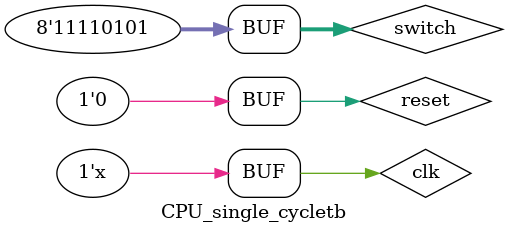
<source format=v>
module CPU_single_cycletb;
  reg clk,reset;
  reg[7:0] switch;
  wire[3:0] AN;
  wire[7:0] digital,led;
CPU_single_cycle CPU(clk,reset,switch,led,AN,digital);
always #1 clk=~clk;
initial begin
  clk=0;
  reset=1;
  switch=8'b1111_0101;
 #10 reset=0;
end
endmodule
</source>
